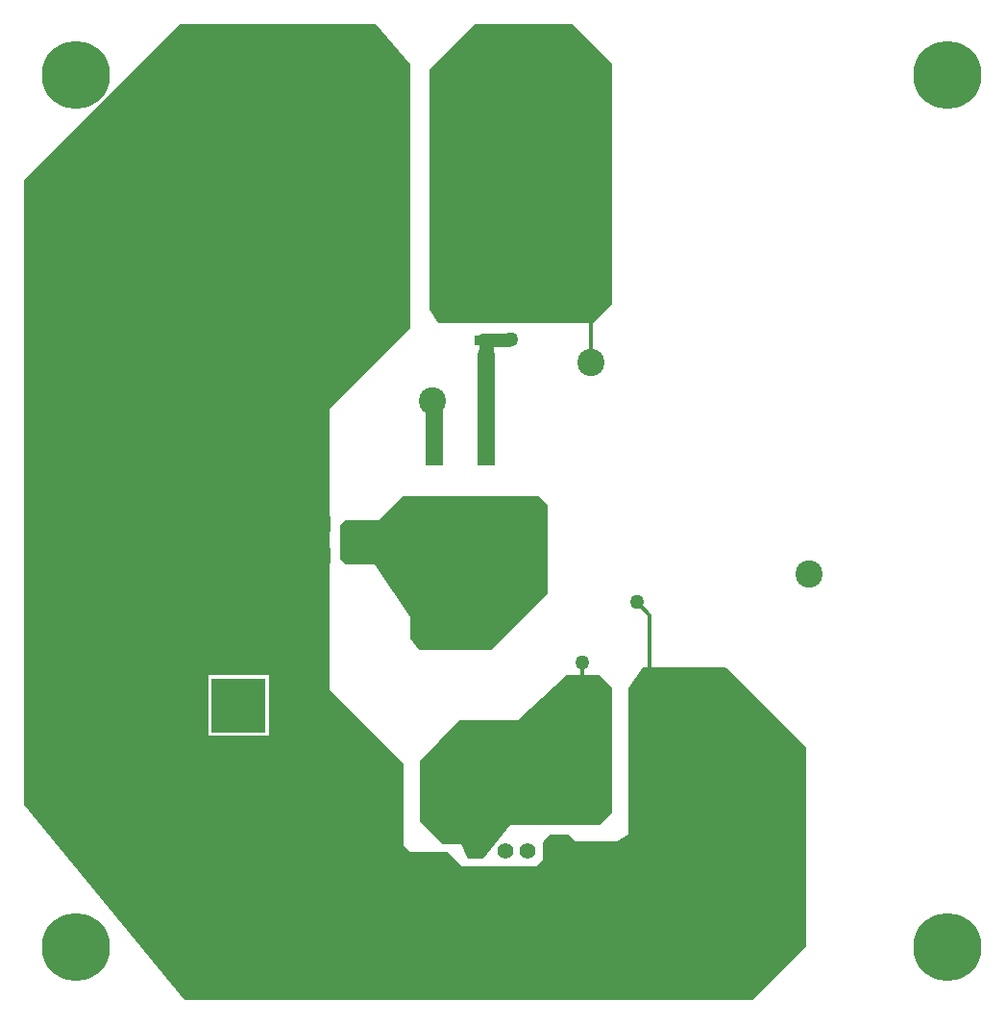
<source format=gtl>
G04*
G04 #@! TF.GenerationSoftware,Altium Limited,Altium Designer,24.1.2 (44)*
G04*
G04 Layer_Physical_Order=1*
G04 Layer_Color=255*
%FSLAX44Y44*%
%MOMM*%
G71*
G04*
G04 #@! TF.SameCoordinates,927C013D-A056-43EA-BD9B-1951F5445D31*
G04*
G04*
G04 #@! TF.FilePolarity,Positive*
G04*
G01*
G75*
%ADD12C,0.2000*%
%ADD13C,0.3000*%
%ADD14C,0.2540*%
%ADD15R,6.0000X5.2000*%
%ADD16R,4.8000X4.8000*%
%ADD17R,1.9900X2.3300*%
%ADD18R,1.6000X0.9000*%
%ADD19R,2.5000X4.0000*%
%ADD20R,4.8600X3.3600*%
%ADD21R,1.4000X1.3900*%
%ADD22R,6.2000X5.8000*%
%ADD23R,1.6000X3.0000*%
%ADD38C,1.2000*%
%ADD39C,1.3000*%
%ADD40C,1.5000*%
%ADD41C,0.5000*%
%ADD42C,1.0000*%
%ADD43C,6.0000*%
%ADD44C,2.4000*%
%ADD45C,11.0000*%
%ADD46C,3.4500*%
G04:AMPARAMS|DCode=47|XSize=1.42mm|YSize=1.42mm|CornerRadius=0.355mm|HoleSize=0mm|Usage=FLASHONLY|Rotation=0.000|XOffset=0mm|YOffset=0mm|HoleType=Round|Shape=RoundedRectangle|*
%AMROUNDEDRECTD47*
21,1,1.4200,0.7100,0,0,0.0*
21,1,0.7100,1.4200,0,0,0.0*
1,1,0.7100,0.3550,-0.3550*
1,1,0.7100,-0.3550,-0.3550*
1,1,0.7100,-0.3550,0.3550*
1,1,0.7100,0.3550,0.3550*
%
%ADD47ROUNDEDRECTD47*%
%ADD48C,1.4200*%
%ADD49C,1.2700*%
G36*
X518000Y824000D02*
X518000Y613000D01*
X501000Y596000D01*
X365200D01*
X357000Y607714D01*
Y819000D01*
X397000Y859000D01*
X483000D01*
X518000Y824000D01*
D02*
G37*
G36*
X461500Y435727D02*
Y357403D01*
X412097Y308000D01*
X348286D01*
X340000Y317667D01*
Y336500D01*
X309000Y383000D01*
X284000Y383000D01*
X279000Y388000D01*
Y418000D01*
X283000Y422000D01*
X313000D01*
X334000Y443000D01*
X453500D01*
X461500Y435727D01*
D02*
G37*
G36*
X518500Y274500D02*
Y164000D01*
X507000Y154000D01*
X428875D01*
X405125Y124000D01*
X391500D01*
X385000Y137000D01*
X369000D01*
X348839Y157161D01*
Y209406D01*
X384000Y246000D01*
X435350D01*
X478350Y286000D01*
X507000D01*
X518500Y274500D01*
D02*
G37*
G36*
X340216Y823813D02*
X340216Y591000D01*
X269216Y520000D01*
Y273000D01*
X334216Y208000D01*
Y136000D01*
X340216Y130000D01*
X373000D01*
X386000Y117000D01*
X451216D01*
X457216Y123000D01*
Y138000D01*
X460216Y142000D01*
X463216Y145000D01*
X480216D01*
X486216Y139000D01*
X522216D01*
X532216Y145000D01*
Y274000D01*
X545370Y293000D01*
X618216D01*
X689250Y221966D01*
Y47000D01*
X642250Y0D01*
X141638D01*
X0Y171146D01*
Y721750D01*
X137250Y859000D01*
X309784D01*
X340216Y823813D01*
D02*
G37*
%LPC*%
G36*
X215540Y285540D02*
X162460D01*
Y232460D01*
X215540D01*
Y285540D01*
D02*
G37*
%LPD*%
D12*
X486000Y619000D02*
X499500Y605500D01*
D13*
Y561000D02*
Y605500D01*
X540000Y350000D02*
X551500Y338500D01*
Y236000D02*
Y338500D01*
X492000Y260000D02*
Y297000D01*
Y260000D02*
X493000Y259000D01*
D14*
X502000Y759600D02*
Y772000D01*
D15*
X379000Y183000D02*
D03*
Y335000D02*
D03*
D16*
X189000Y259000D02*
D03*
D17*
X378100Y681000D02*
D03*
X317900D02*
D03*
X316900Y621000D02*
D03*
X377100D02*
D03*
D18*
X405000Y580500D02*
D03*
Y609500D02*
D03*
D19*
X488500Y174000D02*
D03*
X551500D02*
D03*
X488500Y236000D02*
D03*
X551500D02*
D03*
D20*
X307820Y405000D02*
D03*
D21*
X263000Y390800D02*
D03*
Y419200D02*
D03*
D22*
X384100Y413200D02*
D03*
D23*
X361200Y485000D02*
D03*
X407000D02*
D03*
D38*
X427500Y580500D02*
X428000Y581000D01*
X405000Y580500D02*
X427500D01*
D39*
X407000Y568000D02*
Y579000D01*
D40*
Y485000D02*
Y568000D01*
X361200Y485000D02*
Y526300D01*
D41*
X379000Y408100D02*
X384100Y413200D01*
X375900Y405000D02*
X379000Y408100D01*
X307820Y405000D02*
X375900D01*
X379000Y335000D02*
Y408100D01*
D42*
X393900Y423000D02*
X430000D01*
X384100Y413200D02*
X393900Y423000D01*
D43*
X814000Y46000D02*
D03*
X46000D02*
D03*
X814000Y814000D02*
D03*
X46000D02*
D03*
D44*
X216000Y406000D02*
D03*
X546250Y105500D02*
D03*
X360250Y527250D02*
D03*
X443750Y422000D02*
D03*
X692000Y375000D02*
D03*
X499500Y561000D02*
D03*
X443500Y175250D02*
D03*
D45*
X249000Y770000D02*
D03*
X453000D02*
D03*
D46*
X368300Y103900D02*
D03*
X499700D02*
D03*
D47*
X399000Y131000D02*
D03*
D48*
X469000D02*
D03*
X424000D02*
D03*
X444000D02*
D03*
D49*
X540000Y350000D02*
D03*
X492000Y297000D02*
D03*
X429000Y581000D02*
D03*
M02*

</source>
